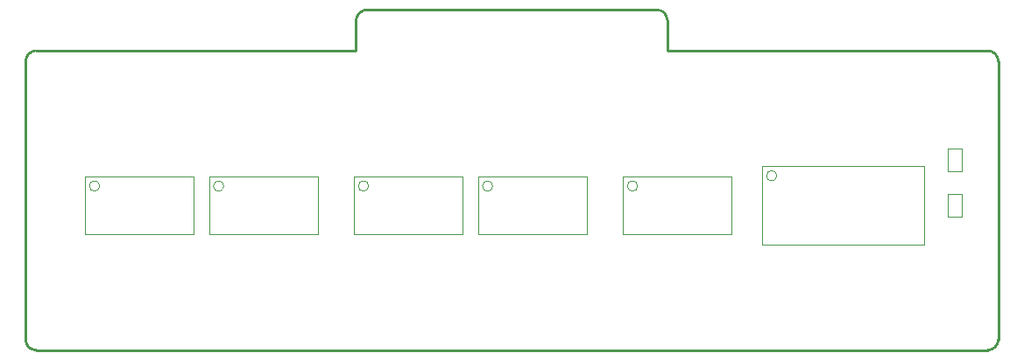
<source format=gtp>
G04 Layer_Color=8421504*
%FSLAX42Y42*%
%MOMM*%
G71*
G01*
G75*
%ADD10C,0.25*%
%ADD12C,0.25*%
%ADD13C,0.10*%
D10*
X100Y2900D02*
G03*
X0Y2800I0J-100D01*
G01*
Y100D02*
G03*
X100Y0I100J0D01*
G01*
X9300D02*
G03*
X9400Y100I0J100D01*
G01*
Y2800D02*
G03*
X9300Y2900I-100J0D01*
G01*
X6200Y3200D02*
G03*
X6100Y3300I-100J0D01*
G01*
X3310D02*
G03*
X3190Y3180I0J-120D01*
G01*
D12*
X0Y100D02*
Y2800D01*
X100Y2900D02*
X3190Y2900D01*
X100Y0D02*
X9300D01*
X9400Y100D02*
Y2800D01*
X6200Y2900D02*
X9300D01*
X6200D02*
Y3200D01*
X3190Y2900D02*
Y3180D01*
X3310Y3300D02*
X6100D01*
D13*
X7260Y1690D02*
G03*
X7260Y1690I-50J0D01*
G01*
X5915Y1590D02*
G03*
X5915Y1590I-50J0D01*
G01*
X4515D02*
G03*
X4515Y1590I-50J0D01*
G01*
X3315D02*
G03*
X3315Y1590I-50J0D01*
G01*
X1915D02*
G03*
X1915Y1590I-50J0D01*
G01*
X715D02*
G03*
X715Y1590I-50J0D01*
G01*
X9047Y1295D02*
Y1515D01*
X8912Y1295D02*
Y1515D01*
Y1295D02*
X9047D01*
X8912Y1515D02*
X9047D01*
X8912Y1950D02*
X9047D01*
X8912Y1730D02*
X9047D01*
X8912D02*
Y1950D01*
X9047Y1730D02*
Y1950D01*
X7120Y1780D02*
X8680D01*
X7120Y1020D02*
X8680D01*
X7120D02*
Y1780D01*
X8680Y1020D02*
Y1780D01*
X6825Y1120D02*
Y1680D01*
X5775Y1120D02*
Y1680D01*
Y1120D02*
X6825D01*
X5775Y1680D02*
X6825D01*
X5425Y1120D02*
Y1680D01*
X4375Y1120D02*
Y1680D01*
Y1120D02*
X5425D01*
X4375Y1680D02*
X5425D01*
X4225Y1120D02*
Y1680D01*
X3175Y1120D02*
Y1680D01*
Y1120D02*
X4225D01*
X3175Y1680D02*
X4225D01*
X2825Y1120D02*
Y1680D01*
X1775Y1120D02*
Y1680D01*
Y1120D02*
X2825D01*
X1775Y1680D02*
X2825D01*
X1625Y1120D02*
Y1680D01*
X575Y1120D02*
Y1680D01*
Y1120D02*
X1625D01*
X575Y1680D02*
X1625D01*
M02*

</source>
